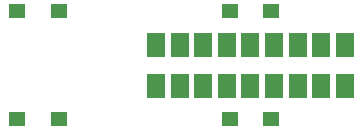
<source format=gbr>
%TF.GenerationSoftware,KiCad,Pcbnew,(6.0.6)*%
%TF.CreationDate,2022-07-28T22:43:09-07:00*%
%TF.ProjectId,left_thumb_routed,6c656674-5f74-4687-956d-625f726f7574,v1.0.0*%
%TF.SameCoordinates,Original*%
%TF.FileFunction,Paste,Top*%
%TF.FilePolarity,Positive*%
%FSLAX46Y46*%
G04 Gerber Fmt 4.6, Leading zero omitted, Abs format (unit mm)*
G04 Created by KiCad (PCBNEW (6.0.6)) date 2022-07-28 22:43:09*
%MOMM*%
%LPD*%
G01*
G04 APERTURE LIST*
%ADD10R,1.400000X1.300000*%
%ADD11R,1.500000X2.000000*%
G04 APERTURE END LIST*
D10*
%TO.C,D36*%
X-65225000Y-47500000D03*
X-68775000Y-47500000D03*
%TD*%
%TO.C,D35*%
X-83225000Y-47500000D03*
X-86775000Y-47500000D03*
%TD*%
D11*
%TO.C,J7*%
X-59000000Y-50400000D03*
X-59000000Y-53900000D03*
X-61000000Y-50400000D03*
X-61000000Y-53900000D03*
X-63000000Y-53900000D03*
X-63000000Y-50400000D03*
X-65000000Y-53900000D03*
X-65000000Y-50400000D03*
X-67000000Y-53900000D03*
X-67000000Y-50400000D03*
X-69000000Y-53900000D03*
X-69000000Y-50400000D03*
X-71000000Y-53900000D03*
X-71000000Y-50400000D03*
X-73000000Y-50400000D03*
X-73000000Y-53900000D03*
X-75000000Y-53900000D03*
X-75000000Y-50400000D03*
%TD*%
D10*
%TO.C,D33*%
X-86775000Y-56700000D03*
X-83225000Y-56700000D03*
%TD*%
%TO.C,D34*%
X-68775000Y-56700000D03*
X-65225000Y-56700000D03*
%TD*%
M02*

</source>
